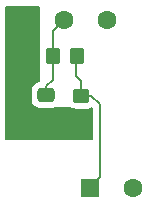
<source format=gbr>
%TF.GenerationSoftware,KiCad,Pcbnew,9.0.0*%
%TF.CreationDate,2025-09-22T19:59:37-07:00*%
%TF.ProjectId,eDNA Tipping Bucket,65444e41-2054-4697-9070-696e67204275,rev?*%
%TF.SameCoordinates,Original*%
%TF.FileFunction,Copper,L1,Top*%
%TF.FilePolarity,Positive*%
%FSLAX46Y46*%
G04 Gerber Fmt 4.6, Leading zero omitted, Abs format (unit mm)*
G04 Created by KiCad (PCBNEW 9.0.0) date 2025-09-22 19:59:37*
%MOMM*%
%LPD*%
G01*
G04 APERTURE LIST*
G04 Aperture macros list*
%AMRoundRect*
0 Rectangle with rounded corners*
0 $1 Rounding radius*
0 $2 $3 $4 $5 $6 $7 $8 $9 X,Y pos of 4 corners*
0 Add a 4 corners polygon primitive as box body*
4,1,4,$2,$3,$4,$5,$6,$7,$8,$9,$2,$3,0*
0 Add four circle primitives for the rounded corners*
1,1,$1+$1,$2,$3*
1,1,$1+$1,$4,$5*
1,1,$1+$1,$6,$7*
1,1,$1+$1,$8,$9*
0 Add four rect primitives between the rounded corners*
20,1,$1+$1,$2,$3,$4,$5,0*
20,1,$1+$1,$4,$5,$6,$7,0*
20,1,$1+$1,$6,$7,$8,$9,0*
20,1,$1+$1,$8,$9,$2,$3,0*%
G04 Aperture macros list end*
%TA.AperFunction,SMDPad,CuDef*%
%ADD10RoundRect,0.250000X0.475000X-0.337500X0.475000X0.337500X-0.475000X0.337500X-0.475000X-0.337500X0*%
%TD*%
%TA.AperFunction,ComponentPad*%
%ADD11RoundRect,0.250000X-0.550000X-0.550000X0.550000X-0.550000X0.550000X0.550000X-0.550000X0.550000X0*%
%TD*%
%TA.AperFunction,ComponentPad*%
%ADD12C,1.600000*%
%TD*%
%TA.AperFunction,SMDPad,CuDef*%
%ADD13RoundRect,0.250000X0.450000X-0.350000X0.450000X0.350000X-0.450000X0.350000X-0.450000X-0.350000X0*%
%TD*%
%TA.AperFunction,SMDPad,CuDef*%
%ADD14RoundRect,0.250000X0.350000X0.450000X-0.350000X0.450000X-0.350000X-0.450000X0.350000X-0.450000X0*%
%TD*%
%TA.AperFunction,Conductor*%
%ADD15C,0.200000*%
%TD*%
G04 APERTURE END LIST*
D10*
%TO.P,C1,1*%
%TO.N,3.3V*%
X142125000Y-96537500D03*
%TO.P,C1,2*%
%TO.N,A4*%
X142125000Y-94462500D03*
%TD*%
D11*
%TO.P,J1,1,Pin_1*%
%TO.N,3.3V*%
X140050000Y-88100000D03*
D12*
%TO.P,J1,2,Pin_2*%
%TO.N,A4*%
X143650000Y-88100000D03*
%TO.P,J1,3,Pin_3*%
%TO.N,/GND*%
X147250000Y-88100000D03*
%TD*%
D13*
%TO.P,R1,1*%
%TO.N,3.3V*%
X145125000Y-96500000D03*
%TO.P,R1,2*%
%TO.N,Bckt_IN*%
X145125000Y-94500000D03*
%TD*%
D11*
%TO.P,J2,1,Pin_1*%
%TO.N,Bckt_IN*%
X145850000Y-102300000D03*
D12*
%TO.P,J2,2,Pin_2*%
%TO.N,/GND*%
X149450000Y-102300000D03*
%TD*%
D14*
%TO.P,R2,1*%
%TO.N,Bckt_IN*%
X144750000Y-91150000D03*
%TO.P,R2,2*%
%TO.N,A4*%
X142750000Y-91150000D03*
%TD*%
D15*
%TO.N,A4*%
X142700000Y-89050000D02*
X142700000Y-93150000D01*
X142700000Y-93150000D02*
X142125000Y-93725000D01*
X142125000Y-93725000D02*
X142125000Y-94462500D01*
X143825000Y-88100000D02*
X143800000Y-88100000D01*
X143650000Y-88100000D02*
X142700000Y-89050000D01*
%TO.N,3.3V*%
X144625000Y-97000000D02*
X145125000Y-96500000D01*
%TO.N,Bckt_IN*%
X145975000Y-94500000D02*
X146725000Y-95250000D01*
X144700000Y-91150000D02*
X144700000Y-92825000D01*
X145125000Y-94500000D02*
X145975000Y-94500000D01*
X145125000Y-93250000D02*
X145125000Y-94500000D01*
X144700000Y-92825000D02*
X145125000Y-93250000D01*
X146725000Y-95250000D02*
X146725000Y-101425000D01*
X146725000Y-101425000D02*
X145850000Y-102300000D01*
%TD*%
%TA.AperFunction,Conductor*%
%TO.N,3.3V*%
G36*
X141568039Y-86919685D02*
G01*
X141613794Y-86972489D01*
X141625000Y-87024000D01*
X141625000Y-93259967D01*
X141605315Y-93327006D01*
X141552511Y-93372761D01*
X141513606Y-93383325D01*
X141497201Y-93385001D01*
X141497200Y-93385001D01*
X141330668Y-93440185D01*
X141330663Y-93440187D01*
X141181342Y-93532289D01*
X141057289Y-93656342D01*
X140965187Y-93805663D01*
X140965186Y-93805666D01*
X140910001Y-93972203D01*
X140910001Y-93972204D01*
X140910000Y-93972204D01*
X140899500Y-94074983D01*
X140899500Y-94850001D01*
X140899501Y-94850019D01*
X140910000Y-94952796D01*
X140910001Y-94952799D01*
X140915070Y-94968095D01*
X140965186Y-95119334D01*
X141057288Y-95268656D01*
X141181344Y-95392712D01*
X141330666Y-95484814D01*
X141497203Y-95539999D01*
X141599991Y-95550500D01*
X142650008Y-95550499D01*
X142650016Y-95550498D01*
X142650019Y-95550498D01*
X142706302Y-95544748D01*
X142752797Y-95539999D01*
X142854512Y-95506294D01*
X142893516Y-95500000D01*
X144264057Y-95500000D01*
X144329153Y-95518461D01*
X144355659Y-95534810D01*
X144355660Y-95534810D01*
X144355666Y-95534814D01*
X144522203Y-95589999D01*
X144624991Y-95600500D01*
X145625008Y-95600499D01*
X145625016Y-95600498D01*
X145625019Y-95600498D01*
X145681302Y-95594748D01*
X145727797Y-95589999D01*
X145894334Y-95534814D01*
X145908722Y-95525938D01*
X145920847Y-95518461D01*
X145937404Y-95513765D01*
X145951008Y-95505023D01*
X145985943Y-95500000D01*
X146000500Y-95500000D01*
X146067539Y-95519685D01*
X146113294Y-95572489D01*
X146124500Y-95624000D01*
X146124500Y-98126000D01*
X146104815Y-98193039D01*
X146052011Y-98238794D01*
X146000500Y-98250000D01*
X138749000Y-98250000D01*
X138681961Y-98230315D01*
X138636206Y-98177511D01*
X138625000Y-98126000D01*
X138625000Y-87024000D01*
X138644685Y-86956961D01*
X138697489Y-86911206D01*
X138749000Y-86900000D01*
X141501000Y-86900000D01*
X141568039Y-86919685D01*
G37*
%TD.AperFunction*%
%TD*%
M02*

</source>
